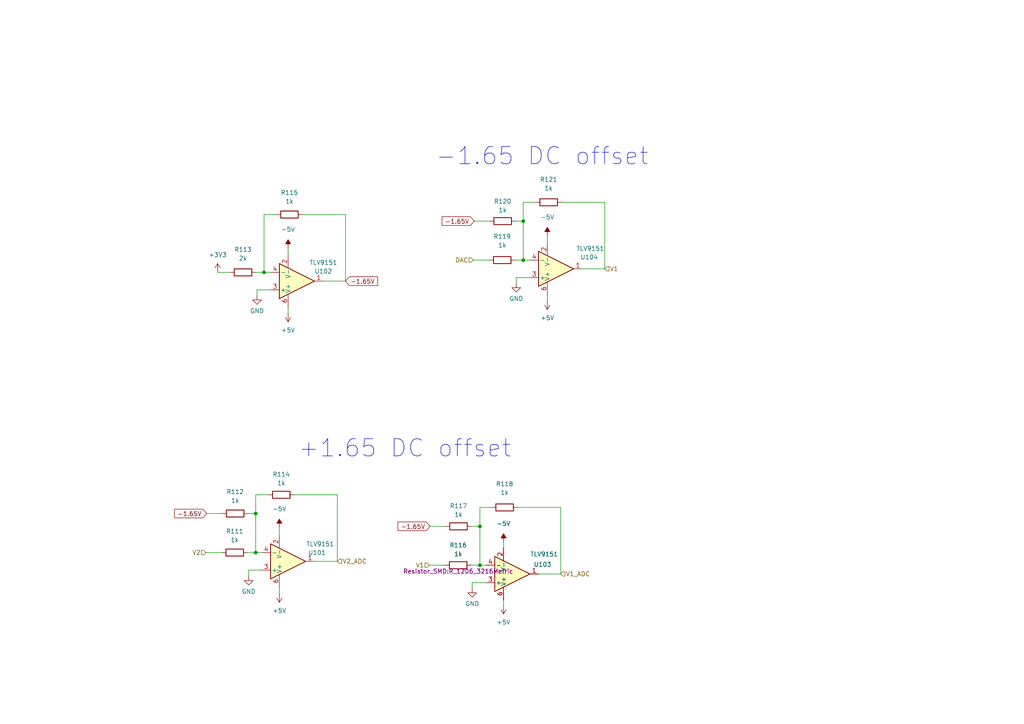
<source format=kicad_sch>
(kicad_sch (version 20211123) (generator eeschema)
  (paper "A4")
  (lib_symbols
    (symbol "Device:R" (pin_numbers hide) (pin_names (offset 0))
      (property "Reference" "R" (at 2.032 0 90))
      (property "Value" "R" (at 0 0 90))
      (symbol "R_0_1"
        (rectangle (start -1.016 -2.54) (end 1.016 2.54) (stroke (width 0.254)))
      )
      (symbol "R_1_1"
        (pin passive line (at 0 3.81 270) (length 1.27) (name "~") (number "1"))
        (pin passive line (at 0 -3.81 90) (length 1.27) (name "~") (number "2"))
      )
    )
    (symbol "OPAMP_1" (pin_names (offset 0.254))
      (property "Reference" "U103" (at 8.7884 -2.7432 0))
      (property "Value" "TLV9151" (at 9.2456 -5.7404 0))
      (symbol "OPAMP_1_0_1"
        (polyline (pts (xy 5.08 0) (xy -5.08 5.08) (xy -5.08 -5.08) (xy 5.08 0)) (stroke (width 0.254)) (fill (type background)))
      )
      (symbol "OPAMP_1_1_1"
        (pin output line (at 7.62 0 180) (length 2.54) (name "~") (number "1"))
        (pin power_in line (at -2.54 -7.62 90) (length 3.81) (name "V-") (number "2"))
        (pin input line (at -7.62 2.54 0) (length 2.54) (name "+") (number "3"))
        (pin input line (at -7.62 -2.54 0) (length 2.54) (name "-") (number "4"))
        (pin power_in line (at -2.54 7.62 270) (length 3.81) (name "V+") (number "6"))
      )
    )
    (symbol "OPAMP_2" (pin_names (offset 0.254))
      (property "Reference" "U102" (at 7.6708 -2.8448 0))
      (property "Value" "OPAMP_2" (at 7.6708 -5.3848 0))
      (symbol "OPAMP_2_0_1"
        (polyline (pts (xy 5.08 0) (xy -5.08 5.08) (xy -5.08 -5.08) (xy 5.08 0)) (stroke (width 0.254)) (fill (type background)))
      )
      (symbol "OPAMP_2_1_1"
        (pin output line (at 7.62 0 180) (length 2.54) (name "~") (number "1"))
        (pin power_in line (at -2.54 -7.62 90) (length 3.81) (name "V-") (number "2"))
        (pin input line (at -7.62 2.54 0) (length 2.54) (name "+") (number "3"))
        (pin input line (at -7.62 -2.54 0) (length 2.54) (name "-") (number "4"))
        (pin power_in line (at -2.54 7.62 270) (length 3.81) (name "V+") (number "6"))
      )
    )
    (symbol "OPAMP_3" (pin_names (offset 0.254))
      (property "Reference" "U104" (at 9.6012 -3.4036 0))
      (property "Value" "OPAMP_3" (at 9.906 -5.8928 0))
      (symbol "OPAMP_3_0_1"
        (polyline (pts (xy 5.08 0) (xy -5.08 5.08) (xy -5.08 -5.08) (xy 5.08 0)) (stroke (width 0.254)) (fill (type background)))
      )
      (symbol "OPAMP_3_1_1"
        (pin output line (at 7.62 0 180) (length 2.54) (name "~") (number "1"))
        (pin power_in line (at -2.54 -7.62 90) (length 3.81) (name "V-") (number "2"))
        (pin input line (at -7.62 2.54 0) (length 2.54) (name "+") (number "3"))
        (pin input line (at -7.62 -2.54 0) (length 2.54) (name "-") (number "4"))
        (pin power_in line (at -2.54 7.62 270) (length 3.81) (name "V+") (number "6"))
      )
    )
    (symbol "OPAMP_4" (pin_names (offset 0.254))
      (property "Reference" "U101" (at 8.382 -2.4892 0))
      (property "Value" "OPAMP_4" (at 9.2964 -5.0292 0))
      (symbol "OPAMP_4_0_1"
        (polyline (pts (xy 5.08 0) (xy -5.08 5.08) (xy -5.08 -5.08) (xy 5.08 0)) (stroke (width 0.254)) (fill (type background)))
      )
      (symbol "OPAMP_4_1_1"
        (pin output line (at 7.62 0 180) (length 2.54) (name "~") (number "1"))
        (pin power_in line (at -2.54 -7.62 90) (length 3.81) (name "V-") (number "2"))
        (pin input line (at -7.62 2.54 0) (length 2.54) (name "+") (number "3"))
        (pin input line (at -7.62 -2.54 0) (length 2.54) (name "-") (number "4"))
        (pin power_in line (at -2.54 7.62 270) (length 3.81) (name "V+") (number "6"))
      )
    )
    (symbol "power:+3V3" (power) (pin_names (offset 0))
      (property "Value" "+3V3" (at 0 3.556 0))
      (symbol "+3V3_0_1"
        (polyline (pts (xy -0.762 1.27) (xy 0 2.54)))
        (polyline (pts (xy 0 0) (xy 0 2.54)))
        (polyline (pts (xy 0 2.54) (xy 0.762 1.27)))
      )
      (symbol "+3V3_1_1"
        (pin power_in line (at 0 0 90) (length 0) hide (name "+3V3") (number "1"))
      )
    )
    (symbol "power:+5V" (power) (pin_names (offset 0))
      (property "Value" "+5V" (at 0 3.556 0))
      (symbol "+5V_0_1"
        (polyline (pts (xy -0.762 1.27) (xy 0 2.54)))
        (polyline (pts (xy 0 0) (xy 0 2.54)))
        (polyline (pts (xy 0 2.54) (xy 0.762 1.27)))
      )
      (symbol "+5V_1_1"
        (pin power_in line (at 0 0 90) (length 0) hide (name "+5V") (number "1"))
      )
    )
    (symbol "power:-5V" (power) (pin_names (offset 0))
      (property "Value" "-5V" (at 0 3.81 0))
      (symbol "-5V_0_0"
        (pin power_in line (at 0 0 90) (length 0) hide (name "-5V") (number "1"))
      )
      (symbol "-5V_0_1"
        (polyline (pts (xy 0 0) (xy 0 1.27) (xy 0.762 1.27) (xy 0 2.54) (xy -0.762 1.27) (xy 0 1.27)) (fill (type outline)))
      )
    )
    (symbol "power:GND" (power) (pin_names (offset 0))
      (property "Value" "GND" (at 0 -3.81 0))
      (symbol "GND_0_1"
        (polyline (pts (xy 0 0) (xy 0 -1.27) (xy 1.27 -1.27) (xy 0 -2.54) (xy -1.27 -1.27) (xy 0 -1.27)))
      )
      (symbol "GND_1_1"
        (pin power_in line (at 0 0 270) (length 0) hide (name "GND") (number "1"))
      )
    )
  )
  (junction (at 74.168 160.274))
  (junction (at 76.581 78.994))
  (junction (at 151.765 75.438))
  (junction (at 74.168 148.9456))
  (junction (at 139.192 163.9316))
  (junction (at 151.765 64.135))
  (junction (at 139.192 152.654))
  (wire (pts (xy 149.479 75.438) (xy 151.765 75.438)))
  (wire (pts (xy 175.387 58.674) (xy 175.387 77.978)))
  (wire (pts (xy 146.05 175.514) (xy 146.05 174.0916)))
  (wire (pts (xy 149.606 64.135) (xy 151.765 64.135)))
  (wire (pts (xy 100.203 62.23) (xy 100.203 81.534)))
  (wire (pts (xy 100.203 81.534) (xy 93.726 81.534)))
  (wire (pts (xy 155.321 58.674) (xy 151.765 58.674)))
  (wire (pts (xy 76.581 78.994) (xy 78.486 78.994)))
  (wire (pts (xy 124.5108 163.9316) (xy 129.0828 163.9316)))
  (wire (pts (xy 74.168 143.51) (xy 77.7748 143.51)))
  (wire (pts (xy 150.1648 147.1676) (xy 162.6108 147.1676)))
  (wire (pts (xy 137.287 75.438) (xy 141.859 75.438)))
  (wire (pts (xy 137.541 64.135) (xy 141.986 64.135)))
  (wire (pts (xy 74.168 160.274) (xy 75.946 160.274)))
  (wire (pts (xy 71.882 160.274) (xy 74.168 160.274)))
  (wire (pts (xy 74.168 148.9456) (xy 74.168 160.274)))
  (wire (pts (xy 149.733 82.169) (xy 149.733 80.518)))
  (wire (pts (xy 124.7394 152.654) (xy 129.1844 152.654)))
  (wire (pts (xy 74.295 78.994) (xy 76.581 78.994)))
  (wire (pts (xy 81.026 172.1612) (xy 81.026 170.434)))
  (wire (pts (xy 87.757 62.23) (xy 100.203 62.23)))
  (wire (pts (xy 59.69 160.274) (xy 64.262 160.274)))
  (wire (pts (xy 72.136 165.354) (xy 72.136 167.132)))
  (wire (pts (xy 158.75 70.358) (xy 158.75 68.453)))
  (wire (pts (xy 72.009 148.9456) (xy 74.168 148.9456)))
  (wire (pts (xy 85.3948 143.51) (xy 97.8408 143.51)))
  (wire (pts (xy 136.8044 152.654) (xy 139.192 152.654)))
  (wire (pts (xy 139.192 163.9316) (xy 140.97 163.9316)))
  (wire (pts (xy 139.192 152.654) (xy 139.192 163.9316)))
  (wire (pts (xy 136.7028 163.9316) (xy 139.192 163.9316)))
  (wire (pts (xy 91.186 162.814) (xy 97.8408 162.814)))
  (wire (pts (xy 175.387 77.978) (xy 168.91 77.978)))
  (wire (pts (xy 162.941 58.674) (xy 175.387 58.674)))
  (wire (pts (xy 136.9568 169.0116) (xy 136.9568 170.6626)))
  (wire (pts (xy 139.192 147.1676) (xy 139.192 152.654)))
  (wire (pts (xy 81.026 155.194) (xy 81.026 153.0604)))
  (wire (pts (xy 63.1444 78.994) (xy 66.675 78.994)))
  (wire (pts (xy 151.765 64.135) (xy 151.765 75.438)))
  (wire (pts (xy 136.9568 169.0116) (xy 140.97 169.0116)))
  (wire (pts (xy 74.549 85.725) (xy 74.549 84.074)))
  (wire (pts (xy 149.733 80.518) (xy 153.67 80.518)))
  (wire (pts (xy 151.765 58.674) (xy 151.765 64.135)))
  (wire (pts (xy 80.137 62.23) (xy 76.581 62.23)))
  (wire (pts (xy 83.566 90.805) (xy 83.566 89.154)))
  (wire (pts (xy 75.946 165.354) (xy 72.136 165.354)))
  (wire (pts (xy 76.581 62.23) (xy 76.581 78.994)))
  (wire (pts (xy 139.192 147.1676) (xy 142.5448 147.1676)))
  (wire (pts (xy 151.765 75.438) (xy 153.67 75.438)))
  (wire (pts (xy 74.168 148.9456) (xy 74.168 143.51)))
  (wire (pts (xy 97.8408 143.51) (xy 97.8408 162.814)))
  (wire (pts (xy 59.944 148.9456) (xy 64.389 148.9456)))
  (wire (pts (xy 146.05 158.8516) (xy 146.05 157.3276)))
  (wire (pts (xy 158.75 87.249) (xy 158.75 85.598)))
  (wire (pts (xy 156.21 166.4716) (xy 162.6108 166.4716)))
  (wire (pts (xy 162.6108 147.1676) (xy 162.6108 166.4716)))
  (wire (pts (xy 83.566 73.914) (xy 83.566 72.009)))
  (wire (pts (xy 74.549 84.074) (xy 78.486 84.074)))
  (text "-1.65 DC offset\n" (at 126.1872 48.3616 0) (effects (font (size 5 5)) (justify left bottom)))
  (text "+1.65 DC offset\n" (at 86.36 133.096 0) (effects (font (size 5 5)) (justify left bottom)))
  (global_label "-1.65V" (shape input) (at 137.541 64.135 180) (property "Intersheet References" "${INTERSHEET_REFS}" (effects hide)))
  (global_label "-1.65V" (shape input) (at 124.7394 152.654 180) (property "Intersheet References" "${INTERSHEET_REFS}" (effects hide)))
  (global_label "-1.65V" (shape input) (at 100.203 81.534 0) (property "Intersheet References" "${INTERSHEET_REFS}" (effects hide)))
  (global_label "-1.65V" (shape input) (at 59.944 148.9456 180) (property "Intersheet References" "${INTERSHEET_REFS}" (effects hide)))
  (hierarchical_label "V1" (shape input) (at 175.387 77.978 0))
  (hierarchical_label "DAC" (shape input) (at 137.287 75.438 180))
  (hierarchical_label "V2_ADC" (shape input) (at 97.8408 162.814 0))
  (hierarchical_label "V1_ADC" (shape input) (at 162.6108 166.4716 0))
  (hierarchical_label "V1" (shape input) (at 124.5108 163.9316 180))
  (hierarchical_label "V2" (shape input) (at 59.69 160.274 180))
  (symbol (lib_id "power:GND") (at 74.549 85.725 0) (unit 1)
    (property "Reference" "#PWR0126" (effects hide))
    (property "Value" "GND" (at 74.549 90.17 0))
  )
  (symbol (lib_id "Device:R") (at 159.131 58.674 90) (unit 1)
    (property "Reference" "R121" (at 159.131 52.07 90))
    (property "Value" "1k" (at 159.131 54.61 90))
    (property "Footprint" "Resistor_SMD:R_1206_3216Metric" (effects hide))
  )
  (symbol (lib_id "Device:R") (at 132.8928 163.9316 90) (unit 1)
    (property "Reference" "R116" (at 132.8928 158.1404 90))
    (property "Value" "1k" (at 132.8928 160.6804 90))
    (property "Footprint" "Resistor_SMD:R_1206_3216Metric" (at 132.8928 165.7096 90))
  )
  (symbol (lib_name "OPAMP_3") (lib_id "pspice:OPAMP") (at 161.29 77.978 0) (mirror x) (unit 1)
    (property "Reference" "U104" (at 170.8912 74.5744 0))
    (property "Value" "TLV9151" (at 171.196 72.0852 0))
    (property "Footprint" "SamacSys_Parts:SOT95P280X145-6N" (effects hide))
  )
  (symbol (lib_id "power:-5V") (at 81.026 153.0604 0) (mirror y) (unit 1)
    (property "Reference" "#PWR0128" (effects hide))
    (property "Value" "-5V" (at 81.026 147.5994 0))
  )
  (symbol (lib_id "Device:R") (at 146.3548 147.1676 90) (unit 1)
    (property "Reference" "R118" (at 146.3548 140.3604 90))
    (property "Value" "1k" (at 146.3548 142.9004 90))
    (property "Footprint" "Resistor_SMD:R_1206_3216Metric" (effects hide))
  )
  (symbol (lib_name "OPAMP_4") (lib_id "pspice:OPAMP") (at 83.566 162.814 0) (mirror x) (unit 1)
    (property "Reference" "U101" (at 91.948 160.3248 0))
    (property "Value" "TLV9151" (at 92.8624 157.7848 0))
    (property "Footprint" "SamacSys_Parts:SOT95P280X145-6N" (effects hide))
  )
  (symbol (lib_name "OPAMP_1") (lib_id "pspice:OPAMP") (at 148.59 166.4716 0) (mirror x) (unit 1)
    (property "Reference" "U103" (at 157.3784 163.7284 0))
    (property "Value" "TLV9151" (at 157.8356 160.7312 0))
    (property "Footprint" "SamacSys_Parts:SOT95P280X145-6N" (effects hide))
  )
  (symbol (lib_id "power:-5V") (at 83.566 72.009 0) (mirror y) (unit 1)
    (property "Reference" "#PWR0130" (effects hide))
    (property "Value" "-5V" (at 83.566 66.548 0))
  )
  (symbol (lib_id "power:-5V") (at 146.05 157.3276 0) (mirror y) (unit 1)
    (property "Reference" "#PWR0133" (effects hide))
    (property "Value" "-5V" (at 146.05 151.8666 0))
  )
  (symbol (lib_id "power:+5V") (at 81.026 172.1612 0) (mirror x) (unit 1)
    (property "Reference" "#PWR0127" (effects hide))
    (property "Value" "+5V" (at 81.026 177.1142 0))
  )
  (symbol (lib_id "power:GND") (at 72.136 167.132 0) (unit 1)
    (property "Reference" "#PWR0125" (effects hide))
    (property "Value" "GND" (at 72.136 171.577 0))
  )
  (symbol (lib_id "power:+5V") (at 83.566 90.805 0) (mirror x) (unit 1)
    (property "Reference" "#PWR0129" (effects hide))
    (property "Value" "+5V" (at 83.566 95.758 0))
  )
  (symbol (lib_id "Device:R") (at 68.199 148.9456 90) (unit 1)
    (property "Reference" "R112" (at 68.199 142.6464 90))
    (property "Value" "1k" (at 68.199 145.1864 90))
    (property "Footprint" "Resistor_SMD:R_1206_3216Metric" (effects hide))
  )
  (symbol (lib_id "Device:R") (at 145.796 64.135 90) (unit 1)
    (property "Reference" "R120" (at 145.796 58.42 90))
    (property "Value" "1k" (at 145.796 60.96 90))
    (property "Footprint" "Resistor_SMD:R_1206_3216Metric" (effects hide))
  )
  (symbol (lib_id "Device:R") (at 70.485 78.994 90) (unit 1)
    (property "Reference" "R113" (at 70.485 72.39 90))
    (property "Value" "2k" (at 70.485 74.93 90))
    (property "Footprint" "Resistor_SMD:R_1206_3216Metric" (effects hide))
  )
  (symbol (lib_id "Device:R") (at 145.669 75.438 90) (unit 1)
    (property "Reference" "R119" (at 145.669 68.58 90))
    (property "Value" "1k" (at 145.669 71.12 90))
    (property "Footprint" "Resistor_SMD:R_1206_3216Metric" (effects hide))
  )
  (symbol (lib_id "power:+5V") (at 158.75 87.249 0) (mirror x) (unit 1)
    (property "Reference" "#PWR0135" (effects hide))
    (property "Value" "+5V" (at 158.75 92.202 0))
  )
  (symbol (lib_id "power:-5V") (at 158.75 68.453 0) (mirror y) (unit 1)
    (property "Reference" "#PWR0136" (effects hide))
    (property "Value" "-5V" (at 158.75 62.992 0))
  )
  (symbol (lib_id "Device:R") (at 68.072 160.274 90) (unit 1)
    (property "Reference" "R111" (at 68.072 154.1018 90))
    (property "Value" "1k" (at 68.072 156.6418 90))
    (property "Footprint" "Resistor_SMD:R_1206_3216Metric" (effects hide))
  )
  (symbol (lib_id "Device:R") (at 83.947 62.23 90) (unit 1)
    (property "Reference" "R115" (at 83.947 55.88 90))
    (property "Value" "1k" (at 83.947 58.42 90))
    (property "Footprint" "Resistor_SMD:R_1206_3216Metric" (effects hide))
  )
  (symbol (lib_id "power:+5V") (at 146.05 175.514 0) (mirror x) (unit 1)
    (property "Reference" "#PWR0132" (effects hide))
    (property "Value" "+5V" (at 146.05 180.467 0))
  )
  (symbol (lib_id "power:GND") (at 149.733 82.169 0) (unit 1)
    (property "Reference" "#PWR0134" (effects hide))
    (property "Value" "GND" (at 149.733 86.614 0))
  )
  (symbol (lib_id "power:+3V3") (at 63.1444 78.994 0) (unit 1)
    (property "Reference" "#PWR0124" (effects hide))
    (property "Value" "+3V3" (at 63.1444 73.914 0))
  )
  (symbol (lib_id "Device:R") (at 132.9944 152.654 90) (unit 1)
    (property "Reference" "R117" (at 132.9944 146.7358 90))
    (property "Value" "1k" (at 132.9944 149.2758 90))
    (property "Footprint" "Resistor_SMD:R_1206_3216Metric" (effects hide))
  )
  (symbol (lib_name "OPAMP_2") (lib_id "pspice:OPAMP") (at 86.106 81.534 0) (mirror x) (unit 1)
    (property "Reference" "U102" (at 93.7768 78.6892 0))
    (property "Value" "TLV9151" (at 93.7768 76.1492 0))
    (property "Footprint" "SamacSys_Parts:SOT95P280X145-6N" (effects hide))
  )
  (symbol (lib_id "power:GND") (at 136.9568 170.6626 0) (unit 1)
    (property "Reference" "#PWR0131" (effects hide))
    (property "Value" "GND" (at 136.9568 175.1076 0))
  )
  (symbol (lib_id "Device:R") (at 81.5848 143.51 90) (unit 1)
    (property "Reference" "R114" (at 81.5848 137.5918 90))
    (property "Value" "1k" (at 81.5848 140.1318 90))
    (property "Footprint" "Resistor_SMD:R_1206_3216Metric" (effects hide))
  )
)
</source>
